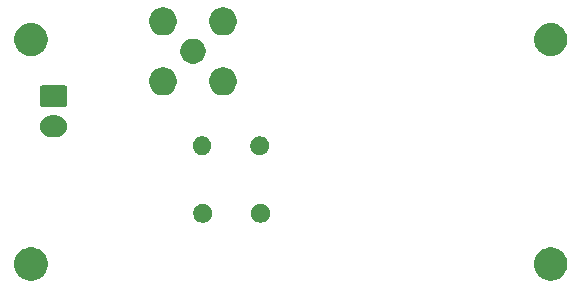
<source format=gbr>
G04 #@! TF.GenerationSoftware,KiCad,Pcbnew,(5.0.2)-1*
G04 #@! TF.CreationDate,2018-12-31T21:56:22+00:00*
G04 #@! TF.ProjectId,D75F_Board,44373546-5f42-46f6-9172-642e6b696361,rev?*
G04 #@! TF.SameCoordinates,Original*
G04 #@! TF.FileFunction,Soldermask,Bot*
G04 #@! TF.FilePolarity,Negative*
%FSLAX46Y46*%
G04 Gerber Fmt 4.6, Leading zero omitted, Abs format (unit mm)*
G04 Created by KiCad (PCBNEW (5.0.2)-1) date 31/12/2018 21:56:22*
%MOMM*%
%LPD*%
G01*
G04 APERTURE LIST*
%ADD10C,0.100000*%
G04 APERTURE END LIST*
D10*
G36*
X119318433Y-95134893D02*
X119408657Y-95152839D01*
X119514267Y-95196585D01*
X119663621Y-95258449D01*
X119893089Y-95411774D01*
X120088226Y-95606911D01*
X120241551Y-95836379D01*
X120347161Y-96091344D01*
X120401000Y-96362012D01*
X120401000Y-96637988D01*
X120347161Y-96908656D01*
X120241551Y-97163621D01*
X120088226Y-97393089D01*
X119893089Y-97588226D01*
X119663621Y-97741551D01*
X119514267Y-97803415D01*
X119408657Y-97847161D01*
X119318433Y-97865107D01*
X119137988Y-97901000D01*
X118862012Y-97901000D01*
X118681567Y-97865107D01*
X118591343Y-97847161D01*
X118485733Y-97803415D01*
X118336379Y-97741551D01*
X118106911Y-97588226D01*
X117911774Y-97393089D01*
X117758449Y-97163621D01*
X117652839Y-96908656D01*
X117599000Y-96637988D01*
X117599000Y-96362012D01*
X117652839Y-96091344D01*
X117758449Y-95836379D01*
X117911774Y-95606911D01*
X118106911Y-95411774D01*
X118336379Y-95258449D01*
X118485733Y-95196585D01*
X118591343Y-95152839D01*
X118681567Y-95134893D01*
X118862012Y-95099000D01*
X119137988Y-95099000D01*
X119318433Y-95134893D01*
X119318433Y-95134893D01*
G37*
G36*
X163318433Y-95134893D02*
X163408657Y-95152839D01*
X163514267Y-95196585D01*
X163663621Y-95258449D01*
X163893089Y-95411774D01*
X164088226Y-95606911D01*
X164241551Y-95836379D01*
X164347161Y-96091344D01*
X164401000Y-96362012D01*
X164401000Y-96637988D01*
X164347161Y-96908656D01*
X164241551Y-97163621D01*
X164088226Y-97393089D01*
X163893089Y-97588226D01*
X163663621Y-97741551D01*
X163514267Y-97803415D01*
X163408657Y-97847161D01*
X163318433Y-97865107D01*
X163137988Y-97901000D01*
X162862012Y-97901000D01*
X162681567Y-97865107D01*
X162591343Y-97847161D01*
X162485733Y-97803415D01*
X162336379Y-97741551D01*
X162106911Y-97588226D01*
X161911774Y-97393089D01*
X161758449Y-97163621D01*
X161652839Y-96908656D01*
X161599000Y-96637988D01*
X161599000Y-96362012D01*
X161652839Y-96091344D01*
X161758449Y-95836379D01*
X161911774Y-95606911D01*
X162106911Y-95411774D01*
X162336379Y-95258449D01*
X162485733Y-95196585D01*
X162591343Y-95152839D01*
X162681567Y-95134893D01*
X162862012Y-95099000D01*
X163137988Y-95099000D01*
X163318433Y-95134893D01*
X163318433Y-95134893D01*
G37*
G36*
X138663643Y-91431781D02*
X138809415Y-91492162D01*
X138940611Y-91579824D01*
X139052176Y-91691389D01*
X139139838Y-91822585D01*
X139200219Y-91968357D01*
X139231000Y-92123107D01*
X139231000Y-92280893D01*
X139200219Y-92435643D01*
X139139838Y-92581415D01*
X139052176Y-92712611D01*
X138940611Y-92824176D01*
X138809415Y-92911838D01*
X138663643Y-92972219D01*
X138508893Y-93003000D01*
X138351107Y-93003000D01*
X138196357Y-92972219D01*
X138050585Y-92911838D01*
X137919389Y-92824176D01*
X137807824Y-92712611D01*
X137720162Y-92581415D01*
X137659781Y-92435643D01*
X137629000Y-92280893D01*
X137629000Y-92123107D01*
X137659781Y-91968357D01*
X137720162Y-91822585D01*
X137807824Y-91691389D01*
X137919389Y-91579824D01*
X138050585Y-91492162D01*
X138196357Y-91431781D01*
X138351107Y-91401000D01*
X138508893Y-91401000D01*
X138663643Y-91431781D01*
X138663643Y-91431781D01*
G37*
G36*
X133783643Y-91431781D02*
X133929415Y-91492162D01*
X134060611Y-91579824D01*
X134172176Y-91691389D01*
X134259838Y-91822585D01*
X134320219Y-91968357D01*
X134351000Y-92123107D01*
X134351000Y-92280893D01*
X134320219Y-92435643D01*
X134259838Y-92581415D01*
X134172176Y-92712611D01*
X134060611Y-92824176D01*
X133929415Y-92911838D01*
X133783643Y-92972219D01*
X133628893Y-93003000D01*
X133471107Y-93003000D01*
X133316357Y-92972219D01*
X133170585Y-92911838D01*
X133039389Y-92824176D01*
X132927824Y-92712611D01*
X132840162Y-92581415D01*
X132779781Y-92435643D01*
X132749000Y-92280893D01*
X132749000Y-92123107D01*
X132779781Y-91968357D01*
X132840162Y-91822585D01*
X132927824Y-91691389D01*
X133039389Y-91579824D01*
X133170585Y-91492162D01*
X133316357Y-91431781D01*
X133471107Y-91401000D01*
X133628893Y-91401000D01*
X133783643Y-91431781D01*
X133783643Y-91431781D01*
G37*
G36*
X138590643Y-85716781D02*
X138736415Y-85777162D01*
X138867611Y-85864824D01*
X138979176Y-85976389D01*
X139066838Y-86107585D01*
X139127219Y-86253357D01*
X139158000Y-86408107D01*
X139158000Y-86565893D01*
X139127219Y-86720643D01*
X139066838Y-86866415D01*
X138979176Y-86997611D01*
X138867611Y-87109176D01*
X138736415Y-87196838D01*
X138590643Y-87257219D01*
X138435893Y-87288000D01*
X138278107Y-87288000D01*
X138123357Y-87257219D01*
X137977585Y-87196838D01*
X137846389Y-87109176D01*
X137734824Y-86997611D01*
X137647162Y-86866415D01*
X137586781Y-86720643D01*
X137556000Y-86565893D01*
X137556000Y-86408107D01*
X137586781Y-86253357D01*
X137647162Y-86107585D01*
X137734824Y-85976389D01*
X137846389Y-85864824D01*
X137977585Y-85777162D01*
X138123357Y-85716781D01*
X138278107Y-85686000D01*
X138435893Y-85686000D01*
X138590643Y-85716781D01*
X138590643Y-85716781D01*
G37*
G36*
X133710643Y-85716781D02*
X133856415Y-85777162D01*
X133987611Y-85864824D01*
X134099176Y-85976389D01*
X134186838Y-86107585D01*
X134247219Y-86253357D01*
X134278000Y-86408107D01*
X134278000Y-86565893D01*
X134247219Y-86720643D01*
X134186838Y-86866415D01*
X134099176Y-86997611D01*
X133987611Y-87109176D01*
X133856415Y-87196838D01*
X133710643Y-87257219D01*
X133555893Y-87288000D01*
X133398107Y-87288000D01*
X133243357Y-87257219D01*
X133097585Y-87196838D01*
X132966389Y-87109176D01*
X132854824Y-86997611D01*
X132767162Y-86866415D01*
X132706781Y-86720643D01*
X132676000Y-86565893D01*
X132676000Y-86408107D01*
X132706781Y-86253357D01*
X132767162Y-86107585D01*
X132854824Y-85976389D01*
X132966389Y-85864824D01*
X133097585Y-85777162D01*
X133243357Y-85716781D01*
X133398107Y-85686000D01*
X133555893Y-85686000D01*
X133710643Y-85716781D01*
X133710643Y-85716781D01*
G37*
G36*
X121224345Y-83919442D02*
X121314548Y-83928326D01*
X121430287Y-83963435D01*
X121488158Y-83980990D01*
X121573679Y-84026702D01*
X121648156Y-84066511D01*
X121648158Y-84066512D01*
X121648157Y-84066512D01*
X121788396Y-84181604D01*
X121903488Y-84321843D01*
X121989010Y-84481842D01*
X121989010Y-84481843D01*
X122041674Y-84655452D01*
X122059456Y-84836000D01*
X122041674Y-85016548D01*
X122006565Y-85132287D01*
X121989010Y-85190158D01*
X121943298Y-85275679D01*
X121903489Y-85350156D01*
X121788396Y-85490396D01*
X121648156Y-85605489D01*
X121573679Y-85645298D01*
X121488158Y-85691010D01*
X121430287Y-85708565D01*
X121314548Y-85743674D01*
X121224345Y-85752558D01*
X121179245Y-85757000D01*
X120628755Y-85757000D01*
X120583655Y-85752558D01*
X120493452Y-85743674D01*
X120377713Y-85708565D01*
X120319842Y-85691010D01*
X120234321Y-85645298D01*
X120159844Y-85605489D01*
X120019604Y-85490396D01*
X119904511Y-85350156D01*
X119864702Y-85275679D01*
X119818990Y-85190158D01*
X119801435Y-85132287D01*
X119766326Y-85016548D01*
X119748544Y-84836000D01*
X119766326Y-84655452D01*
X119818990Y-84481843D01*
X119818990Y-84481842D01*
X119904512Y-84321843D01*
X120019604Y-84181604D01*
X120159843Y-84066512D01*
X120159842Y-84066512D01*
X120159844Y-84066511D01*
X120234321Y-84026702D01*
X120319842Y-83980990D01*
X120377713Y-83963435D01*
X120493452Y-83928326D01*
X120583655Y-83919442D01*
X120628755Y-83915000D01*
X121179245Y-83915000D01*
X121224345Y-83919442D01*
X121224345Y-83919442D01*
G37*
G36*
X121913560Y-81378966D02*
X121946383Y-81388923D01*
X121976632Y-81405092D01*
X122003148Y-81426852D01*
X122024908Y-81453368D01*
X122041077Y-81483617D01*
X122051034Y-81516440D01*
X122055000Y-81556712D01*
X122055000Y-83035288D01*
X122051034Y-83075560D01*
X122041077Y-83108383D01*
X122024908Y-83138632D01*
X122003148Y-83165148D01*
X121976632Y-83186908D01*
X121946383Y-83203077D01*
X121913560Y-83213034D01*
X121873288Y-83217000D01*
X119934712Y-83217000D01*
X119894440Y-83213034D01*
X119861617Y-83203077D01*
X119831368Y-83186908D01*
X119804852Y-83165148D01*
X119783092Y-83138632D01*
X119766923Y-83108383D01*
X119756966Y-83075560D01*
X119753000Y-83035288D01*
X119753000Y-81556712D01*
X119756966Y-81516440D01*
X119766923Y-81483617D01*
X119783092Y-81453368D01*
X119804852Y-81426852D01*
X119831368Y-81405092D01*
X119861617Y-81388923D01*
X119894440Y-81378966D01*
X119934712Y-81375000D01*
X121873288Y-81375000D01*
X121913560Y-81378966D01*
X121913560Y-81378966D01*
G37*
G36*
X135484426Y-79872596D02*
X135598027Y-79895193D01*
X135812045Y-79983842D01*
X136003358Y-80111674D01*
X136004659Y-80112543D01*
X136168457Y-80276341D01*
X136168459Y-80276344D01*
X136297158Y-80468955D01*
X136385807Y-80682973D01*
X136431000Y-80910174D01*
X136431000Y-81141826D01*
X136385807Y-81369027D01*
X136297158Y-81583045D01*
X136169326Y-81774358D01*
X136168457Y-81775659D01*
X136004659Y-81939457D01*
X136004656Y-81939459D01*
X135812045Y-82068158D01*
X135598027Y-82156807D01*
X135484427Y-82179403D01*
X135370827Y-82202000D01*
X135139173Y-82202000D01*
X135025573Y-82179403D01*
X134911973Y-82156807D01*
X134697955Y-82068158D01*
X134505344Y-81939459D01*
X134505341Y-81939457D01*
X134341543Y-81775659D01*
X134340674Y-81774358D01*
X134212842Y-81583045D01*
X134124193Y-81369027D01*
X134079000Y-81141826D01*
X134079000Y-80910174D01*
X134124193Y-80682973D01*
X134212842Y-80468955D01*
X134341541Y-80276344D01*
X134341543Y-80276341D01*
X134505341Y-80112543D01*
X134506642Y-80111674D01*
X134697955Y-79983842D01*
X134911973Y-79895193D01*
X135025574Y-79872596D01*
X135139173Y-79850000D01*
X135370827Y-79850000D01*
X135484426Y-79872596D01*
X135484426Y-79872596D01*
G37*
G36*
X130404426Y-79872596D02*
X130518027Y-79895193D01*
X130732045Y-79983842D01*
X130923358Y-80111674D01*
X130924659Y-80112543D01*
X131088457Y-80276341D01*
X131088459Y-80276344D01*
X131217158Y-80468955D01*
X131305807Y-80682973D01*
X131351000Y-80910174D01*
X131351000Y-81141826D01*
X131305807Y-81369027D01*
X131217158Y-81583045D01*
X131089326Y-81774358D01*
X131088457Y-81775659D01*
X130924659Y-81939457D01*
X130924656Y-81939459D01*
X130732045Y-82068158D01*
X130518027Y-82156807D01*
X130404427Y-82179403D01*
X130290827Y-82202000D01*
X130059173Y-82202000D01*
X129945573Y-82179403D01*
X129831973Y-82156807D01*
X129617955Y-82068158D01*
X129425344Y-81939459D01*
X129425341Y-81939457D01*
X129261543Y-81775659D01*
X129260674Y-81774358D01*
X129132842Y-81583045D01*
X129044193Y-81369027D01*
X128999000Y-81141826D01*
X128999000Y-80910174D01*
X129044193Y-80682973D01*
X129132842Y-80468955D01*
X129261541Y-80276344D01*
X129261543Y-80276341D01*
X129425341Y-80112543D01*
X129426642Y-80111674D01*
X129617955Y-79983842D01*
X129831973Y-79895193D01*
X129945574Y-79872596D01*
X130059173Y-79850000D01*
X130290827Y-79850000D01*
X130404426Y-79872596D01*
X130404426Y-79872596D01*
G37*
G36*
X132872947Y-77420338D02*
X133028858Y-77451350D01*
X133224677Y-77532461D01*
X133224678Y-77532462D01*
X133400913Y-77650218D01*
X133550782Y-77800087D01*
X133550784Y-77800090D01*
X133668539Y-77976323D01*
X133749650Y-78172142D01*
X133791000Y-78380023D01*
X133791000Y-78591977D01*
X133749650Y-78799858D01*
X133668539Y-78995677D01*
X133668538Y-78995678D01*
X133550782Y-79171913D01*
X133400913Y-79321782D01*
X133400910Y-79321784D01*
X133224677Y-79439539D01*
X133028858Y-79520650D01*
X132872947Y-79551662D01*
X132820978Y-79562000D01*
X132609022Y-79562000D01*
X132557053Y-79551662D01*
X132401142Y-79520650D01*
X132205323Y-79439539D01*
X132029090Y-79321784D01*
X132029087Y-79321782D01*
X131879218Y-79171913D01*
X131761462Y-78995678D01*
X131761461Y-78995677D01*
X131680350Y-78799858D01*
X131639000Y-78591977D01*
X131639000Y-78380023D01*
X131680350Y-78172142D01*
X131761461Y-77976323D01*
X131879216Y-77800090D01*
X131879218Y-77800087D01*
X132029087Y-77650218D01*
X132205322Y-77532462D01*
X132205323Y-77532461D01*
X132401142Y-77451350D01*
X132557053Y-77420338D01*
X132609022Y-77410000D01*
X132820978Y-77410000D01*
X132872947Y-77420338D01*
X132872947Y-77420338D01*
G37*
G36*
X119318433Y-76134893D02*
X119408657Y-76152839D01*
X119514267Y-76196585D01*
X119663621Y-76258449D01*
X119893089Y-76411774D01*
X120088226Y-76606911D01*
X120241551Y-76836379D01*
X120347161Y-77091344D01*
X120401000Y-77362012D01*
X120401000Y-77637988D01*
X120398567Y-77650218D01*
X120347161Y-77908657D01*
X120303415Y-78014267D01*
X120241551Y-78163621D01*
X120088226Y-78393089D01*
X119893089Y-78588226D01*
X119663621Y-78741551D01*
X119514267Y-78803415D01*
X119408657Y-78847161D01*
X119318433Y-78865107D01*
X119137988Y-78901000D01*
X118862012Y-78901000D01*
X118681567Y-78865107D01*
X118591343Y-78847161D01*
X118485733Y-78803415D01*
X118336379Y-78741551D01*
X118106911Y-78588226D01*
X117911774Y-78393089D01*
X117758449Y-78163621D01*
X117696585Y-78014267D01*
X117652839Y-77908657D01*
X117601433Y-77650218D01*
X117599000Y-77637988D01*
X117599000Y-77362012D01*
X117652839Y-77091344D01*
X117758449Y-76836379D01*
X117911774Y-76606911D01*
X118106911Y-76411774D01*
X118336379Y-76258449D01*
X118485733Y-76196585D01*
X118591343Y-76152839D01*
X118681567Y-76134893D01*
X118862012Y-76099000D01*
X119137988Y-76099000D01*
X119318433Y-76134893D01*
X119318433Y-76134893D01*
G37*
G36*
X163318433Y-76134893D02*
X163408657Y-76152839D01*
X163514267Y-76196585D01*
X163663621Y-76258449D01*
X163893089Y-76411774D01*
X164088226Y-76606911D01*
X164241551Y-76836379D01*
X164347161Y-77091344D01*
X164401000Y-77362012D01*
X164401000Y-77637988D01*
X164398567Y-77650218D01*
X164347161Y-77908657D01*
X164303415Y-78014267D01*
X164241551Y-78163621D01*
X164088226Y-78393089D01*
X163893089Y-78588226D01*
X163663621Y-78741551D01*
X163514267Y-78803415D01*
X163408657Y-78847161D01*
X163318433Y-78865107D01*
X163137988Y-78901000D01*
X162862012Y-78901000D01*
X162681567Y-78865107D01*
X162591343Y-78847161D01*
X162485733Y-78803415D01*
X162336379Y-78741551D01*
X162106911Y-78588226D01*
X161911774Y-78393089D01*
X161758449Y-78163621D01*
X161696585Y-78014267D01*
X161652839Y-77908657D01*
X161601433Y-77650218D01*
X161599000Y-77637988D01*
X161599000Y-77362012D01*
X161652839Y-77091344D01*
X161758449Y-76836379D01*
X161911774Y-76606911D01*
X162106911Y-76411774D01*
X162336379Y-76258449D01*
X162485733Y-76196585D01*
X162591343Y-76152839D01*
X162681567Y-76134893D01*
X162862012Y-76099000D01*
X163137988Y-76099000D01*
X163318433Y-76134893D01*
X163318433Y-76134893D01*
G37*
G36*
X130404426Y-74792596D02*
X130518027Y-74815193D01*
X130732045Y-74903842D01*
X130923358Y-75031674D01*
X130924659Y-75032543D01*
X131088457Y-75196341D01*
X131088459Y-75196344D01*
X131217158Y-75388955D01*
X131305807Y-75602973D01*
X131351000Y-75830174D01*
X131351000Y-76061826D01*
X131305807Y-76289027D01*
X131217158Y-76503045D01*
X131089326Y-76694358D01*
X131088457Y-76695659D01*
X130924659Y-76859457D01*
X130924656Y-76859459D01*
X130732045Y-76988158D01*
X130518027Y-77076807D01*
X130444949Y-77091343D01*
X130290827Y-77122000D01*
X130059173Y-77122000D01*
X129905051Y-77091343D01*
X129831973Y-77076807D01*
X129617955Y-76988158D01*
X129425344Y-76859459D01*
X129425341Y-76859457D01*
X129261543Y-76695659D01*
X129260674Y-76694358D01*
X129132842Y-76503045D01*
X129044193Y-76289027D01*
X128999000Y-76061826D01*
X128999000Y-75830174D01*
X129044193Y-75602973D01*
X129132842Y-75388955D01*
X129261541Y-75196344D01*
X129261543Y-75196341D01*
X129425341Y-75032543D01*
X129426642Y-75031674D01*
X129617955Y-74903842D01*
X129831973Y-74815193D01*
X129945574Y-74792596D01*
X130059173Y-74770000D01*
X130290827Y-74770000D01*
X130404426Y-74792596D01*
X130404426Y-74792596D01*
G37*
G36*
X135484426Y-74792596D02*
X135598027Y-74815193D01*
X135812045Y-74903842D01*
X136003358Y-75031674D01*
X136004659Y-75032543D01*
X136168457Y-75196341D01*
X136168459Y-75196344D01*
X136297158Y-75388955D01*
X136385807Y-75602973D01*
X136431000Y-75830174D01*
X136431000Y-76061826D01*
X136385807Y-76289027D01*
X136297158Y-76503045D01*
X136169326Y-76694358D01*
X136168457Y-76695659D01*
X136004659Y-76859457D01*
X136004656Y-76859459D01*
X135812045Y-76988158D01*
X135598027Y-77076807D01*
X135524949Y-77091343D01*
X135370827Y-77122000D01*
X135139173Y-77122000D01*
X134985051Y-77091343D01*
X134911973Y-77076807D01*
X134697955Y-76988158D01*
X134505344Y-76859459D01*
X134505341Y-76859457D01*
X134341543Y-76695659D01*
X134340674Y-76694358D01*
X134212842Y-76503045D01*
X134124193Y-76289027D01*
X134079000Y-76061826D01*
X134079000Y-75830174D01*
X134124193Y-75602973D01*
X134212842Y-75388955D01*
X134341541Y-75196344D01*
X134341543Y-75196341D01*
X134505341Y-75032543D01*
X134506642Y-75031674D01*
X134697955Y-74903842D01*
X134911973Y-74815193D01*
X135025574Y-74792596D01*
X135139173Y-74770000D01*
X135370827Y-74770000D01*
X135484426Y-74792596D01*
X135484426Y-74792596D01*
G37*
M02*

</source>
